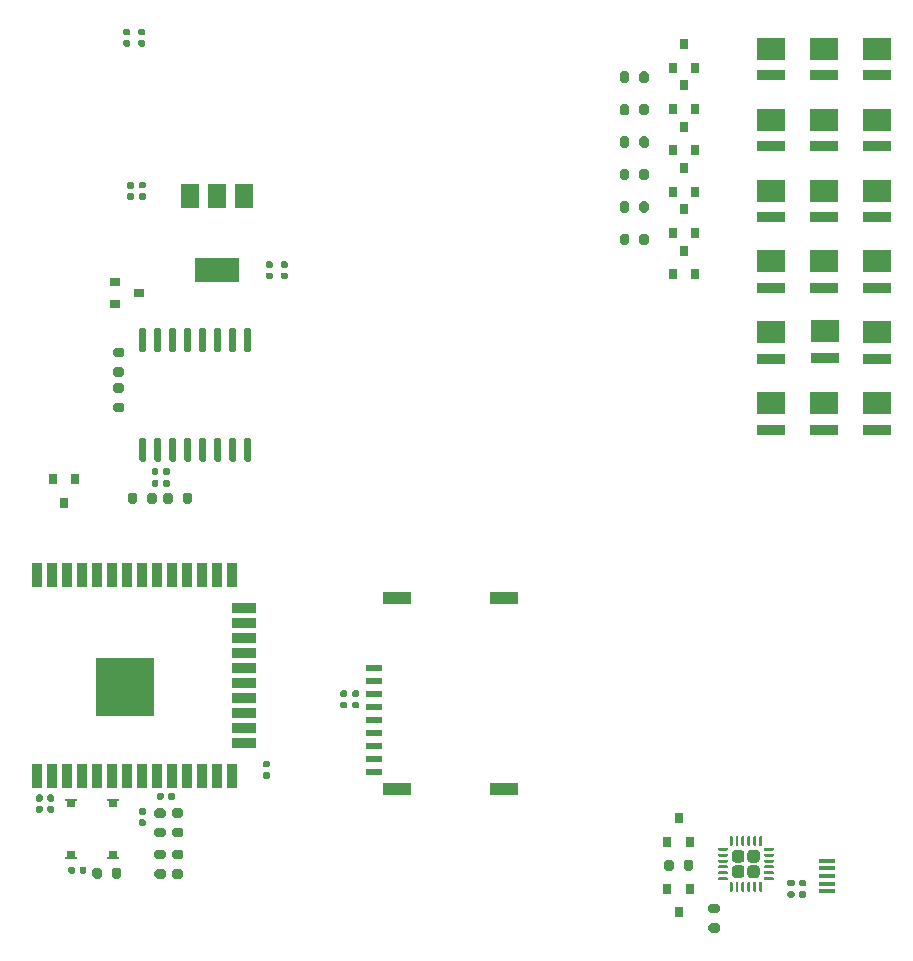
<source format=gbr>
%TF.GenerationSoftware,KiCad,Pcbnew,(5.1.8)-1*%
%TF.CreationDate,2020-12-09T14:15:50+00:00*%
%TF.ProjectId,Project,50726f6a-6563-4742-9e6b-696361645f70,rev?*%
%TF.SameCoordinates,Original*%
%TF.FileFunction,Paste,Top*%
%TF.FilePolarity,Positive*%
%FSLAX46Y46*%
G04 Gerber Fmt 4.6, Leading zero omitted, Abs format (unit mm)*
G04 Created by KiCad (PCBNEW (5.1.8)-1) date 2020-12-09 14:15:50*
%MOMM*%
%LPD*%
G01*
G04 APERTURE LIST*
%ADD10R,1.350000X0.400000*%
%ADD11R,5.000000X5.000000*%
%ADD12R,0.900000X2.000000*%
%ADD13R,2.000000X0.900000*%
%ADD14R,1.400000X0.620000*%
%ADD15R,2.400000X1.100000*%
%ADD16R,0.900000X0.800000*%
%ADD17R,0.800000X0.900000*%
%ADD18R,1.100000X0.200000*%
%ADD19R,0.700000X0.500000*%
%ADD20R,3.800000X2.000000*%
%ADD21R,1.500000X2.000000*%
%ADD22R,2.400000X1.930000*%
%ADD23R,2.400000X0.820000*%
G04 APERTURE END LIST*
%TO.C,R12*%
G36*
G01*
X150075000Y-50375000D02*
X150075000Y-49825000D01*
G75*
G02*
X150275000Y-49625000I200000J0D01*
G01*
X150675000Y-49625000D01*
G75*
G02*
X150875000Y-49825000I0J-200000D01*
G01*
X150875000Y-50375000D01*
G75*
G02*
X150675000Y-50575000I-200000J0D01*
G01*
X150275000Y-50575000D01*
G75*
G02*
X150075000Y-50375000I0J200000D01*
G01*
G37*
G36*
G01*
X148425000Y-50375000D02*
X148425000Y-49825000D01*
G75*
G02*
X148625000Y-49625000I200000J0D01*
G01*
X149025000Y-49625000D01*
G75*
G02*
X149225000Y-49825000I0J-200000D01*
G01*
X149225000Y-50375000D01*
G75*
G02*
X149025000Y-50575000I-200000J0D01*
G01*
X148625000Y-50575000D01*
G75*
G02*
X148425000Y-50375000I0J200000D01*
G01*
G37*
%TD*%
%TO.C,R15*%
G36*
G01*
X148425000Y-42125000D02*
X148425000Y-41575000D01*
G75*
G02*
X148625000Y-41375000I200000J0D01*
G01*
X149025000Y-41375000D01*
G75*
G02*
X149225000Y-41575000I0J-200000D01*
G01*
X149225000Y-42125000D01*
G75*
G02*
X149025000Y-42325000I-200000J0D01*
G01*
X148625000Y-42325000D01*
G75*
G02*
X148425000Y-42125000I0J200000D01*
G01*
G37*
G36*
G01*
X150075000Y-42125000D02*
X150075000Y-41575000D01*
G75*
G02*
X150275000Y-41375000I200000J0D01*
G01*
X150675000Y-41375000D01*
G75*
G02*
X150875000Y-41575000I0J-200000D01*
G01*
X150875000Y-42125000D01*
G75*
G02*
X150675000Y-42325000I-200000J0D01*
G01*
X150275000Y-42325000D01*
G75*
G02*
X150075000Y-42125000I0J200000D01*
G01*
G37*
%TD*%
%TO.C,R16*%
G36*
G01*
X150075000Y-39375000D02*
X150075000Y-38825000D01*
G75*
G02*
X150275000Y-38625000I200000J0D01*
G01*
X150675000Y-38625000D01*
G75*
G02*
X150875000Y-38825000I0J-200000D01*
G01*
X150875000Y-39375000D01*
G75*
G02*
X150675000Y-39575000I-200000J0D01*
G01*
X150275000Y-39575000D01*
G75*
G02*
X150075000Y-39375000I0J200000D01*
G01*
G37*
G36*
G01*
X148425000Y-39375000D02*
X148425000Y-38825000D01*
G75*
G02*
X148625000Y-38625000I200000J0D01*
G01*
X149025000Y-38625000D01*
G75*
G02*
X149225000Y-38825000I0J-200000D01*
G01*
X149225000Y-39375000D01*
G75*
G02*
X149025000Y-39575000I-200000J0D01*
G01*
X148625000Y-39575000D01*
G75*
G02*
X148425000Y-39375000I0J200000D01*
G01*
G37*
%TD*%
%TO.C,R14*%
G36*
G01*
X150075000Y-44875000D02*
X150075000Y-44325000D01*
G75*
G02*
X150275000Y-44125000I200000J0D01*
G01*
X150675000Y-44125000D01*
G75*
G02*
X150875000Y-44325000I0J-200000D01*
G01*
X150875000Y-44875000D01*
G75*
G02*
X150675000Y-45075000I-200000J0D01*
G01*
X150275000Y-45075000D01*
G75*
G02*
X150075000Y-44875000I0J200000D01*
G01*
G37*
G36*
G01*
X148425000Y-44875000D02*
X148425000Y-44325000D01*
G75*
G02*
X148625000Y-44125000I200000J0D01*
G01*
X149025000Y-44125000D01*
G75*
G02*
X149225000Y-44325000I0J-200000D01*
G01*
X149225000Y-44875000D01*
G75*
G02*
X149025000Y-45075000I-200000J0D01*
G01*
X148625000Y-45075000D01*
G75*
G02*
X148425000Y-44875000I0J200000D01*
G01*
G37*
%TD*%
%TO.C,R17*%
G36*
G01*
X148425000Y-36625000D02*
X148425000Y-36075000D01*
G75*
G02*
X148625000Y-35875000I200000J0D01*
G01*
X149025000Y-35875000D01*
G75*
G02*
X149225000Y-36075000I0J-200000D01*
G01*
X149225000Y-36625000D01*
G75*
G02*
X149025000Y-36825000I-200000J0D01*
G01*
X148625000Y-36825000D01*
G75*
G02*
X148425000Y-36625000I0J200000D01*
G01*
G37*
G36*
G01*
X150075000Y-36625000D02*
X150075000Y-36075000D01*
G75*
G02*
X150275000Y-35875000I200000J0D01*
G01*
X150675000Y-35875000D01*
G75*
G02*
X150875000Y-36075000I0J-200000D01*
G01*
X150875000Y-36625000D01*
G75*
G02*
X150675000Y-36825000I-200000J0D01*
G01*
X150275000Y-36825000D01*
G75*
G02*
X150075000Y-36625000I0J200000D01*
G01*
G37*
%TD*%
%TO.C,R13*%
G36*
G01*
X148425000Y-47625000D02*
X148425000Y-47075000D01*
G75*
G02*
X148625000Y-46875000I200000J0D01*
G01*
X149025000Y-46875000D01*
G75*
G02*
X149225000Y-47075000I0J-200000D01*
G01*
X149225000Y-47625000D01*
G75*
G02*
X149025000Y-47825000I-200000J0D01*
G01*
X148625000Y-47825000D01*
G75*
G02*
X148425000Y-47625000I0J200000D01*
G01*
G37*
G36*
G01*
X150075000Y-47625000D02*
X150075000Y-47075000D01*
G75*
G02*
X150275000Y-46875000I200000J0D01*
G01*
X150675000Y-46875000D01*
G75*
G02*
X150875000Y-47075000I0J-200000D01*
G01*
X150875000Y-47625000D01*
G75*
G02*
X150675000Y-47825000I-200000J0D01*
G01*
X150275000Y-47825000D01*
G75*
G02*
X150075000Y-47625000I0J200000D01*
G01*
G37*
%TD*%
D10*
%TO.C,J1*%
X166000000Y-104000000D03*
X166000000Y-103350000D03*
X166000000Y-102700000D03*
X166000000Y-104650000D03*
X166000000Y-105300000D03*
%TD*%
D11*
%TO.C,U1*%
X106560000Y-87995000D03*
D12*
X99060000Y-95495000D03*
X100330000Y-95495000D03*
X101600000Y-95495000D03*
X102870000Y-95495000D03*
X104140000Y-95495000D03*
X105410000Y-95495000D03*
X106680000Y-95495000D03*
X107950000Y-95495000D03*
X109220000Y-95495000D03*
X110490000Y-95495000D03*
X111760000Y-95495000D03*
X113030000Y-95495000D03*
X114300000Y-95495000D03*
X115570000Y-95495000D03*
D13*
X116570000Y-92710000D03*
X116570000Y-91440000D03*
X116570000Y-90170000D03*
X116570000Y-88900000D03*
X116570000Y-87630000D03*
X116570000Y-86360000D03*
X116570000Y-85090000D03*
X116570000Y-83820000D03*
X116570000Y-82550000D03*
X116570000Y-81280000D03*
D12*
X115570000Y-78495000D03*
X114300000Y-78495000D03*
X113030000Y-78495000D03*
X111760000Y-78495000D03*
X110490000Y-78495000D03*
X109220000Y-78495000D03*
X107950000Y-78495000D03*
X106680000Y-78495000D03*
X105410000Y-78495000D03*
X104140000Y-78495000D03*
X102870000Y-78495000D03*
X101600000Y-78495000D03*
X100330000Y-78495000D03*
X99060000Y-78495000D03*
%TD*%
%TO.C,R5*%
G36*
G01*
X105725000Y-59275000D02*
X106275000Y-59275000D01*
G75*
G02*
X106475000Y-59475000I0J-200000D01*
G01*
X106475000Y-59875000D01*
G75*
G02*
X106275000Y-60075000I-200000J0D01*
G01*
X105725000Y-60075000D01*
G75*
G02*
X105525000Y-59875000I0J200000D01*
G01*
X105525000Y-59475000D01*
G75*
G02*
X105725000Y-59275000I200000J0D01*
G01*
G37*
G36*
G01*
X105725000Y-60925000D02*
X106275000Y-60925000D01*
G75*
G02*
X106475000Y-61125000I0J-200000D01*
G01*
X106475000Y-61525000D01*
G75*
G02*
X106275000Y-61725000I-200000J0D01*
G01*
X105725000Y-61725000D01*
G75*
G02*
X105525000Y-61525000I0J200000D01*
G01*
X105525000Y-61125000D01*
G75*
G02*
X105725000Y-60925000I200000J0D01*
G01*
G37*
%TD*%
%TO.C,R4*%
G36*
G01*
X106275000Y-64725000D02*
X105725000Y-64725000D01*
G75*
G02*
X105525000Y-64525000I0J200000D01*
G01*
X105525000Y-64125000D01*
G75*
G02*
X105725000Y-63925000I200000J0D01*
G01*
X106275000Y-63925000D01*
G75*
G02*
X106475000Y-64125000I0J-200000D01*
G01*
X106475000Y-64525000D01*
G75*
G02*
X106275000Y-64725000I-200000J0D01*
G01*
G37*
G36*
G01*
X106275000Y-63075000D02*
X105725000Y-63075000D01*
G75*
G02*
X105525000Y-62875000I0J200000D01*
G01*
X105525000Y-62475000D01*
G75*
G02*
X105725000Y-62275000I200000J0D01*
G01*
X106275000Y-62275000D01*
G75*
G02*
X106475000Y-62475000I0J-200000D01*
G01*
X106475000Y-62875000D01*
G75*
G02*
X106275000Y-63075000I-200000J0D01*
G01*
G37*
%TD*%
%TO.C,U3*%
G36*
G01*
X108180000Y-68925000D02*
X107880000Y-68925000D01*
G75*
G02*
X107730000Y-68775000I0J150000D01*
G01*
X107730000Y-67025000D01*
G75*
G02*
X107880000Y-66875000I150000J0D01*
G01*
X108180000Y-66875000D01*
G75*
G02*
X108330000Y-67025000I0J-150000D01*
G01*
X108330000Y-68775000D01*
G75*
G02*
X108180000Y-68925000I-150000J0D01*
G01*
G37*
G36*
G01*
X109450000Y-68925000D02*
X109150000Y-68925000D01*
G75*
G02*
X109000000Y-68775000I0J150000D01*
G01*
X109000000Y-67025000D01*
G75*
G02*
X109150000Y-66875000I150000J0D01*
G01*
X109450000Y-66875000D01*
G75*
G02*
X109600000Y-67025000I0J-150000D01*
G01*
X109600000Y-68775000D01*
G75*
G02*
X109450000Y-68925000I-150000J0D01*
G01*
G37*
G36*
G01*
X110720000Y-68925000D02*
X110420000Y-68925000D01*
G75*
G02*
X110270000Y-68775000I0J150000D01*
G01*
X110270000Y-67025000D01*
G75*
G02*
X110420000Y-66875000I150000J0D01*
G01*
X110720000Y-66875000D01*
G75*
G02*
X110870000Y-67025000I0J-150000D01*
G01*
X110870000Y-68775000D01*
G75*
G02*
X110720000Y-68925000I-150000J0D01*
G01*
G37*
G36*
G01*
X111990000Y-68925000D02*
X111690000Y-68925000D01*
G75*
G02*
X111540000Y-68775000I0J150000D01*
G01*
X111540000Y-67025000D01*
G75*
G02*
X111690000Y-66875000I150000J0D01*
G01*
X111990000Y-66875000D01*
G75*
G02*
X112140000Y-67025000I0J-150000D01*
G01*
X112140000Y-68775000D01*
G75*
G02*
X111990000Y-68925000I-150000J0D01*
G01*
G37*
G36*
G01*
X113260000Y-68925000D02*
X112960000Y-68925000D01*
G75*
G02*
X112810000Y-68775000I0J150000D01*
G01*
X112810000Y-67025000D01*
G75*
G02*
X112960000Y-66875000I150000J0D01*
G01*
X113260000Y-66875000D01*
G75*
G02*
X113410000Y-67025000I0J-150000D01*
G01*
X113410000Y-68775000D01*
G75*
G02*
X113260000Y-68925000I-150000J0D01*
G01*
G37*
G36*
G01*
X114530000Y-68925000D02*
X114230000Y-68925000D01*
G75*
G02*
X114080000Y-68775000I0J150000D01*
G01*
X114080000Y-67025000D01*
G75*
G02*
X114230000Y-66875000I150000J0D01*
G01*
X114530000Y-66875000D01*
G75*
G02*
X114680000Y-67025000I0J-150000D01*
G01*
X114680000Y-68775000D01*
G75*
G02*
X114530000Y-68925000I-150000J0D01*
G01*
G37*
G36*
G01*
X115800000Y-68925000D02*
X115500000Y-68925000D01*
G75*
G02*
X115350000Y-68775000I0J150000D01*
G01*
X115350000Y-67025000D01*
G75*
G02*
X115500000Y-66875000I150000J0D01*
G01*
X115800000Y-66875000D01*
G75*
G02*
X115950000Y-67025000I0J-150000D01*
G01*
X115950000Y-68775000D01*
G75*
G02*
X115800000Y-68925000I-150000J0D01*
G01*
G37*
G36*
G01*
X117070000Y-68925000D02*
X116770000Y-68925000D01*
G75*
G02*
X116620000Y-68775000I0J150000D01*
G01*
X116620000Y-67025000D01*
G75*
G02*
X116770000Y-66875000I150000J0D01*
G01*
X117070000Y-66875000D01*
G75*
G02*
X117220000Y-67025000I0J-150000D01*
G01*
X117220000Y-68775000D01*
G75*
G02*
X117070000Y-68925000I-150000J0D01*
G01*
G37*
G36*
G01*
X117070000Y-59625000D02*
X116770000Y-59625000D01*
G75*
G02*
X116620000Y-59475000I0J150000D01*
G01*
X116620000Y-57725000D01*
G75*
G02*
X116770000Y-57575000I150000J0D01*
G01*
X117070000Y-57575000D01*
G75*
G02*
X117220000Y-57725000I0J-150000D01*
G01*
X117220000Y-59475000D01*
G75*
G02*
X117070000Y-59625000I-150000J0D01*
G01*
G37*
G36*
G01*
X115800000Y-59625000D02*
X115500000Y-59625000D01*
G75*
G02*
X115350000Y-59475000I0J150000D01*
G01*
X115350000Y-57725000D01*
G75*
G02*
X115500000Y-57575000I150000J0D01*
G01*
X115800000Y-57575000D01*
G75*
G02*
X115950000Y-57725000I0J-150000D01*
G01*
X115950000Y-59475000D01*
G75*
G02*
X115800000Y-59625000I-150000J0D01*
G01*
G37*
G36*
G01*
X114530000Y-59625000D02*
X114230000Y-59625000D01*
G75*
G02*
X114080000Y-59475000I0J150000D01*
G01*
X114080000Y-57725000D01*
G75*
G02*
X114230000Y-57575000I150000J0D01*
G01*
X114530000Y-57575000D01*
G75*
G02*
X114680000Y-57725000I0J-150000D01*
G01*
X114680000Y-59475000D01*
G75*
G02*
X114530000Y-59625000I-150000J0D01*
G01*
G37*
G36*
G01*
X113260000Y-59625000D02*
X112960000Y-59625000D01*
G75*
G02*
X112810000Y-59475000I0J150000D01*
G01*
X112810000Y-57725000D01*
G75*
G02*
X112960000Y-57575000I150000J0D01*
G01*
X113260000Y-57575000D01*
G75*
G02*
X113410000Y-57725000I0J-150000D01*
G01*
X113410000Y-59475000D01*
G75*
G02*
X113260000Y-59625000I-150000J0D01*
G01*
G37*
G36*
G01*
X111990000Y-59625000D02*
X111690000Y-59625000D01*
G75*
G02*
X111540000Y-59475000I0J150000D01*
G01*
X111540000Y-57725000D01*
G75*
G02*
X111690000Y-57575000I150000J0D01*
G01*
X111990000Y-57575000D01*
G75*
G02*
X112140000Y-57725000I0J-150000D01*
G01*
X112140000Y-59475000D01*
G75*
G02*
X111990000Y-59625000I-150000J0D01*
G01*
G37*
G36*
G01*
X110720000Y-59625000D02*
X110420000Y-59625000D01*
G75*
G02*
X110270000Y-59475000I0J150000D01*
G01*
X110270000Y-57725000D01*
G75*
G02*
X110420000Y-57575000I150000J0D01*
G01*
X110720000Y-57575000D01*
G75*
G02*
X110870000Y-57725000I0J-150000D01*
G01*
X110870000Y-59475000D01*
G75*
G02*
X110720000Y-59625000I-150000J0D01*
G01*
G37*
G36*
G01*
X109450000Y-59625000D02*
X109150000Y-59625000D01*
G75*
G02*
X109000000Y-59475000I0J150000D01*
G01*
X109000000Y-57725000D01*
G75*
G02*
X109150000Y-57575000I150000J0D01*
G01*
X109450000Y-57575000D01*
G75*
G02*
X109600000Y-57725000I0J-150000D01*
G01*
X109600000Y-59475000D01*
G75*
G02*
X109450000Y-59625000I-150000J0D01*
G01*
G37*
G36*
G01*
X108180000Y-59625000D02*
X107880000Y-59625000D01*
G75*
G02*
X107730000Y-59475000I0J150000D01*
G01*
X107730000Y-57725000D01*
G75*
G02*
X107880000Y-57575000I150000J0D01*
G01*
X108180000Y-57575000D01*
G75*
G02*
X108330000Y-57725000I0J-150000D01*
G01*
X108330000Y-59475000D01*
G75*
G02*
X108180000Y-59625000I-150000J0D01*
G01*
G37*
%TD*%
D14*
%TO.C,J3*%
X127580000Y-86420000D03*
X127580000Y-87520000D03*
X127580000Y-88620000D03*
X127580000Y-89720000D03*
X127580000Y-90820000D03*
X127580000Y-91920000D03*
X127580000Y-93020000D03*
X127580000Y-94120000D03*
X127580000Y-95220000D03*
D15*
X138580000Y-96600000D03*
X129580000Y-96600000D03*
X129580000Y-80450000D03*
X138580000Y-80450000D03*
%TD*%
%TO.C,C1*%
G36*
G01*
X99560000Y-97230000D02*
X99560000Y-97570000D01*
G75*
G02*
X99420000Y-97710000I-140000J0D01*
G01*
X99140000Y-97710000D01*
G75*
G02*
X99000000Y-97570000I0J140000D01*
G01*
X99000000Y-97230000D01*
G75*
G02*
X99140000Y-97090000I140000J0D01*
G01*
X99420000Y-97090000D01*
G75*
G02*
X99560000Y-97230000I0J-140000D01*
G01*
G37*
G36*
G01*
X100520000Y-97230000D02*
X100520000Y-97570000D01*
G75*
G02*
X100380000Y-97710000I-140000J0D01*
G01*
X100100000Y-97710000D01*
G75*
G02*
X99960000Y-97570000I0J140000D01*
G01*
X99960000Y-97230000D01*
G75*
G02*
X100100000Y-97090000I140000J0D01*
G01*
X100380000Y-97090000D01*
G75*
G02*
X100520000Y-97230000I0J-140000D01*
G01*
G37*
%TD*%
%TO.C,C2*%
G36*
G01*
X100510000Y-98164999D02*
X100510000Y-98504999D01*
G75*
G02*
X100370000Y-98644999I-140000J0D01*
G01*
X100090000Y-98644999D01*
G75*
G02*
X99950000Y-98504999I0J140000D01*
G01*
X99950000Y-98164999D01*
G75*
G02*
X100090000Y-98024999I140000J0D01*
G01*
X100370000Y-98024999D01*
G75*
G02*
X100510000Y-98164999I0J-140000D01*
G01*
G37*
G36*
G01*
X99550000Y-98164999D02*
X99550000Y-98504999D01*
G75*
G02*
X99410000Y-98644999I-140000J0D01*
G01*
X99130000Y-98644999D01*
G75*
G02*
X98990000Y-98504999I0J140000D01*
G01*
X98990000Y-98164999D01*
G75*
G02*
X99130000Y-98024999I140000J0D01*
G01*
X99410000Y-98024999D01*
G75*
G02*
X99550000Y-98164999I0J-140000D01*
G01*
G37*
%TD*%
%TO.C,C3*%
G36*
G01*
X103260000Y-103330000D02*
X103260000Y-103670000D01*
G75*
G02*
X103120000Y-103810000I-140000J0D01*
G01*
X102840000Y-103810000D01*
G75*
G02*
X102700000Y-103670000I0J140000D01*
G01*
X102700000Y-103330000D01*
G75*
G02*
X102840000Y-103190000I140000J0D01*
G01*
X103120000Y-103190000D01*
G75*
G02*
X103260000Y-103330000I0J-140000D01*
G01*
G37*
G36*
G01*
X102300000Y-103330000D02*
X102300000Y-103670000D01*
G75*
G02*
X102160000Y-103810000I-140000J0D01*
G01*
X101880000Y-103810000D01*
G75*
G02*
X101740000Y-103670000I0J140000D01*
G01*
X101740000Y-103330000D01*
G75*
G02*
X101880000Y-103190000I140000J0D01*
G01*
X102160000Y-103190000D01*
G75*
G02*
X102300000Y-103330000I0J-140000D01*
G01*
G37*
%TD*%
%TO.C,C4*%
G36*
G01*
X163739000Y-104316000D02*
X164079000Y-104316000D01*
G75*
G02*
X164219000Y-104456000I0J-140000D01*
G01*
X164219000Y-104736000D01*
G75*
G02*
X164079000Y-104876000I-140000J0D01*
G01*
X163739000Y-104876000D01*
G75*
G02*
X163599000Y-104736000I0J140000D01*
G01*
X163599000Y-104456000D01*
G75*
G02*
X163739000Y-104316000I140000J0D01*
G01*
G37*
G36*
G01*
X163739000Y-105276000D02*
X164079000Y-105276000D01*
G75*
G02*
X164219000Y-105416000I0J-140000D01*
G01*
X164219000Y-105696000D01*
G75*
G02*
X164079000Y-105836000I-140000J0D01*
G01*
X163739000Y-105836000D01*
G75*
G02*
X163599000Y-105696000I0J140000D01*
G01*
X163599000Y-105416000D01*
G75*
G02*
X163739000Y-105276000I140000J0D01*
G01*
G37*
%TD*%
%TO.C,C5*%
G36*
G01*
X109758000Y-70920000D02*
X109758000Y-70580000D01*
G75*
G02*
X109898000Y-70440000I140000J0D01*
G01*
X110178000Y-70440000D01*
G75*
G02*
X110318000Y-70580000I0J-140000D01*
G01*
X110318000Y-70920000D01*
G75*
G02*
X110178000Y-71060000I-140000J0D01*
G01*
X109898000Y-71060000D01*
G75*
G02*
X109758000Y-70920000I0J140000D01*
G01*
G37*
G36*
G01*
X108798000Y-70920000D02*
X108798000Y-70580000D01*
G75*
G02*
X108938000Y-70440000I140000J0D01*
G01*
X109218000Y-70440000D01*
G75*
G02*
X109358000Y-70580000I0J-140000D01*
G01*
X109358000Y-70920000D01*
G75*
G02*
X109218000Y-71060000I-140000J0D01*
G01*
X108938000Y-71060000D01*
G75*
G02*
X108798000Y-70920000I0J140000D01*
G01*
G37*
%TD*%
%TO.C,C6*%
G36*
G01*
X162739000Y-105276000D02*
X163079000Y-105276000D01*
G75*
G02*
X163219000Y-105416000I0J-140000D01*
G01*
X163219000Y-105696000D01*
G75*
G02*
X163079000Y-105836000I-140000J0D01*
G01*
X162739000Y-105836000D01*
G75*
G02*
X162599000Y-105696000I0J140000D01*
G01*
X162599000Y-105416000D01*
G75*
G02*
X162739000Y-105276000I140000J0D01*
G01*
G37*
G36*
G01*
X162739000Y-104316000D02*
X163079000Y-104316000D01*
G75*
G02*
X163219000Y-104456000I0J-140000D01*
G01*
X163219000Y-104736000D01*
G75*
G02*
X163079000Y-104876000I-140000J0D01*
G01*
X162739000Y-104876000D01*
G75*
G02*
X162599000Y-104736000I0J140000D01*
G01*
X162599000Y-104456000D01*
G75*
G02*
X162739000Y-104316000I140000J0D01*
G01*
G37*
%TD*%
%TO.C,C7*%
G36*
G01*
X108798000Y-69920000D02*
X108798000Y-69580000D01*
G75*
G02*
X108938000Y-69440000I140000J0D01*
G01*
X109218000Y-69440000D01*
G75*
G02*
X109358000Y-69580000I0J-140000D01*
G01*
X109358000Y-69920000D01*
G75*
G02*
X109218000Y-70060000I-140000J0D01*
G01*
X108938000Y-70060000D01*
G75*
G02*
X108798000Y-69920000I0J140000D01*
G01*
G37*
G36*
G01*
X109758000Y-69920000D02*
X109758000Y-69580000D01*
G75*
G02*
X109898000Y-69440000I140000J0D01*
G01*
X110178000Y-69440000D01*
G75*
G02*
X110318000Y-69580000I0J-140000D01*
G01*
X110318000Y-69920000D01*
G75*
G02*
X110178000Y-70060000I-140000J0D01*
G01*
X109898000Y-70060000D01*
G75*
G02*
X109758000Y-69920000I0J140000D01*
G01*
G37*
%TD*%
%TO.C,C8*%
G36*
G01*
X108120000Y-32820000D02*
X107780000Y-32820000D01*
G75*
G02*
X107640000Y-32680000I0J140000D01*
G01*
X107640000Y-32400000D01*
G75*
G02*
X107780000Y-32260000I140000J0D01*
G01*
X108120000Y-32260000D01*
G75*
G02*
X108260000Y-32400000I0J-140000D01*
G01*
X108260000Y-32680000D01*
G75*
G02*
X108120000Y-32820000I-140000J0D01*
G01*
G37*
G36*
G01*
X108120000Y-33780000D02*
X107780000Y-33780000D01*
G75*
G02*
X107640000Y-33640000I0J140000D01*
G01*
X107640000Y-33360000D01*
G75*
G02*
X107780000Y-33220000I140000J0D01*
G01*
X108120000Y-33220000D01*
G75*
G02*
X108260000Y-33360000I0J-140000D01*
G01*
X108260000Y-33640000D01*
G75*
G02*
X108120000Y-33780000I-140000J0D01*
G01*
G37*
%TD*%
%TO.C,C9*%
G36*
G01*
X106850000Y-32820000D02*
X106510000Y-32820000D01*
G75*
G02*
X106370000Y-32680000I0J140000D01*
G01*
X106370000Y-32400000D01*
G75*
G02*
X106510000Y-32260000I140000J0D01*
G01*
X106850000Y-32260000D01*
G75*
G02*
X106990000Y-32400000I0J-140000D01*
G01*
X106990000Y-32680000D01*
G75*
G02*
X106850000Y-32820000I-140000J0D01*
G01*
G37*
G36*
G01*
X106850000Y-33780000D02*
X106510000Y-33780000D01*
G75*
G02*
X106370000Y-33640000I0J140000D01*
G01*
X106370000Y-33360000D01*
G75*
G02*
X106510000Y-33220000I140000J0D01*
G01*
X106850000Y-33220000D01*
G75*
G02*
X106990000Y-33360000I0J-140000D01*
G01*
X106990000Y-33640000D01*
G75*
G02*
X106850000Y-33780000I-140000J0D01*
G01*
G37*
%TD*%
%TO.C,C10*%
G36*
G01*
X107830000Y-46180000D02*
X108170000Y-46180000D01*
G75*
G02*
X108310000Y-46320000I0J-140000D01*
G01*
X108310000Y-46600000D01*
G75*
G02*
X108170000Y-46740000I-140000J0D01*
G01*
X107830000Y-46740000D01*
G75*
G02*
X107690000Y-46600000I0J140000D01*
G01*
X107690000Y-46320000D01*
G75*
G02*
X107830000Y-46180000I140000J0D01*
G01*
G37*
G36*
G01*
X107830000Y-45220000D02*
X108170000Y-45220000D01*
G75*
G02*
X108310000Y-45360000I0J-140000D01*
G01*
X108310000Y-45640000D01*
G75*
G02*
X108170000Y-45780000I-140000J0D01*
G01*
X107830000Y-45780000D01*
G75*
G02*
X107690000Y-45640000I0J140000D01*
G01*
X107690000Y-45360000D01*
G75*
G02*
X107830000Y-45220000I140000J0D01*
G01*
G37*
%TD*%
%TO.C,C11*%
G36*
G01*
X106830000Y-45240000D02*
X107170000Y-45240000D01*
G75*
G02*
X107310000Y-45380000I0J-140000D01*
G01*
X107310000Y-45660000D01*
G75*
G02*
X107170000Y-45800000I-140000J0D01*
G01*
X106830000Y-45800000D01*
G75*
G02*
X106690000Y-45660000I0J140000D01*
G01*
X106690000Y-45380000D01*
G75*
G02*
X106830000Y-45240000I140000J0D01*
G01*
G37*
G36*
G01*
X106830000Y-46200000D02*
X107170000Y-46200000D01*
G75*
G02*
X107310000Y-46340000I0J-140000D01*
G01*
X107310000Y-46620000D01*
G75*
G02*
X107170000Y-46760000I-140000J0D01*
G01*
X106830000Y-46760000D01*
G75*
G02*
X106690000Y-46620000I0J140000D01*
G01*
X106690000Y-46340000D01*
G75*
G02*
X106830000Y-46200000I140000J0D01*
G01*
G37*
%TD*%
%TO.C,C12*%
G36*
G01*
X125222000Y-88842000D02*
X124882000Y-88842000D01*
G75*
G02*
X124742000Y-88702000I0J140000D01*
G01*
X124742000Y-88422000D01*
G75*
G02*
X124882000Y-88282000I140000J0D01*
G01*
X125222000Y-88282000D01*
G75*
G02*
X125362000Y-88422000I0J-140000D01*
G01*
X125362000Y-88702000D01*
G75*
G02*
X125222000Y-88842000I-140000J0D01*
G01*
G37*
G36*
G01*
X125222000Y-89802000D02*
X124882000Y-89802000D01*
G75*
G02*
X124742000Y-89662000I0J140000D01*
G01*
X124742000Y-89382000D01*
G75*
G02*
X124882000Y-89242000I140000J0D01*
G01*
X125222000Y-89242000D01*
G75*
G02*
X125362000Y-89382000I0J-140000D01*
G01*
X125362000Y-89662000D01*
G75*
G02*
X125222000Y-89802000I-140000J0D01*
G01*
G37*
%TD*%
%TO.C,C13*%
G36*
G01*
X126238000Y-89802000D02*
X125898000Y-89802000D01*
G75*
G02*
X125758000Y-89662000I0J140000D01*
G01*
X125758000Y-89382000D01*
G75*
G02*
X125898000Y-89242000I140000J0D01*
G01*
X126238000Y-89242000D01*
G75*
G02*
X126378000Y-89382000I0J-140000D01*
G01*
X126378000Y-89662000D01*
G75*
G02*
X126238000Y-89802000I-140000J0D01*
G01*
G37*
G36*
G01*
X126238000Y-88842000D02*
X125898000Y-88842000D01*
G75*
G02*
X125758000Y-88702000I0J140000D01*
G01*
X125758000Y-88422000D01*
G75*
G02*
X125898000Y-88282000I140000J0D01*
G01*
X126238000Y-88282000D01*
G75*
G02*
X126378000Y-88422000I0J-140000D01*
G01*
X126378000Y-88702000D01*
G75*
G02*
X126238000Y-88842000I-140000J0D01*
G01*
G37*
%TD*%
%TO.C,C14*%
G36*
G01*
X120185000Y-53465000D02*
X119845000Y-53465000D01*
G75*
G02*
X119705000Y-53325000I0J140000D01*
G01*
X119705000Y-53045000D01*
G75*
G02*
X119845000Y-52905000I140000J0D01*
G01*
X120185000Y-52905000D01*
G75*
G02*
X120325000Y-53045000I0J-140000D01*
G01*
X120325000Y-53325000D01*
G75*
G02*
X120185000Y-53465000I-140000J0D01*
G01*
G37*
G36*
G01*
X120185000Y-52505000D02*
X119845000Y-52505000D01*
G75*
G02*
X119705000Y-52365000I0J140000D01*
G01*
X119705000Y-52085000D01*
G75*
G02*
X119845000Y-51945000I140000J0D01*
G01*
X120185000Y-51945000D01*
G75*
G02*
X120325000Y-52085000I0J-140000D01*
G01*
X120325000Y-52365000D01*
G75*
G02*
X120185000Y-52505000I-140000J0D01*
G01*
G37*
%TD*%
%TO.C,C15*%
G36*
G01*
X118915000Y-52505000D02*
X118575000Y-52505000D01*
G75*
G02*
X118435000Y-52365000I0J140000D01*
G01*
X118435000Y-52085000D01*
G75*
G02*
X118575000Y-51945000I140000J0D01*
G01*
X118915000Y-51945000D01*
G75*
G02*
X119055000Y-52085000I0J-140000D01*
G01*
X119055000Y-52365000D01*
G75*
G02*
X118915000Y-52505000I-140000J0D01*
G01*
G37*
G36*
G01*
X118915000Y-53465000D02*
X118575000Y-53465000D01*
G75*
G02*
X118435000Y-53325000I0J140000D01*
G01*
X118435000Y-53045000D01*
G75*
G02*
X118575000Y-52905000I140000J0D01*
G01*
X118915000Y-52905000D01*
G75*
G02*
X119055000Y-53045000I0J-140000D01*
G01*
X119055000Y-53325000D01*
G75*
G02*
X118915000Y-53465000I-140000J0D01*
G01*
G37*
%TD*%
%TO.C,C16*%
G36*
G01*
X110200000Y-97420000D02*
X110200000Y-97080000D01*
G75*
G02*
X110340000Y-96940000I140000J0D01*
G01*
X110620000Y-96940000D01*
G75*
G02*
X110760000Y-97080000I0J-140000D01*
G01*
X110760000Y-97420000D01*
G75*
G02*
X110620000Y-97560000I-140000J0D01*
G01*
X110340000Y-97560000D01*
G75*
G02*
X110200000Y-97420000I0J140000D01*
G01*
G37*
G36*
G01*
X109240000Y-97420000D02*
X109240000Y-97080000D01*
G75*
G02*
X109380000Y-96940000I140000J0D01*
G01*
X109660000Y-96940000D01*
G75*
G02*
X109800000Y-97080000I0J-140000D01*
G01*
X109800000Y-97420000D01*
G75*
G02*
X109660000Y-97560000I-140000J0D01*
G01*
X109380000Y-97560000D01*
G75*
G02*
X109240000Y-97420000I0J140000D01*
G01*
G37*
%TD*%
%TO.C,C17*%
G36*
G01*
X107830000Y-98240000D02*
X108170000Y-98240000D01*
G75*
G02*
X108310000Y-98380000I0J-140000D01*
G01*
X108310000Y-98660000D01*
G75*
G02*
X108170000Y-98800000I-140000J0D01*
G01*
X107830000Y-98800000D01*
G75*
G02*
X107690000Y-98660000I0J140000D01*
G01*
X107690000Y-98380000D01*
G75*
G02*
X107830000Y-98240000I140000J0D01*
G01*
G37*
G36*
G01*
X107830000Y-99200000D02*
X108170000Y-99200000D01*
G75*
G02*
X108310000Y-99340000I0J-140000D01*
G01*
X108310000Y-99620000D01*
G75*
G02*
X108170000Y-99760000I-140000J0D01*
G01*
X107830000Y-99760000D01*
G75*
G02*
X107690000Y-99620000I0J140000D01*
G01*
X107690000Y-99340000D01*
G75*
G02*
X107830000Y-99200000I140000J0D01*
G01*
G37*
%TD*%
%TO.C,C18*%
G36*
G01*
X118330000Y-94240000D02*
X118670000Y-94240000D01*
G75*
G02*
X118810000Y-94380000I0J-140000D01*
G01*
X118810000Y-94660000D01*
G75*
G02*
X118670000Y-94800000I-140000J0D01*
G01*
X118330000Y-94800000D01*
G75*
G02*
X118190000Y-94660000I0J140000D01*
G01*
X118190000Y-94380000D01*
G75*
G02*
X118330000Y-94240000I140000J0D01*
G01*
G37*
G36*
G01*
X118330000Y-95200000D02*
X118670000Y-95200000D01*
G75*
G02*
X118810000Y-95340000I0J-140000D01*
G01*
X118810000Y-95620000D01*
G75*
G02*
X118670000Y-95760000I-140000J0D01*
G01*
X118330000Y-95760000D01*
G75*
G02*
X118190000Y-95620000I0J140000D01*
G01*
X118190000Y-95340000D01*
G75*
G02*
X118330000Y-95200000I140000J0D01*
G01*
G37*
%TD*%
D16*
%TO.C,D1*%
X105680000Y-53660000D03*
X105680000Y-55560000D03*
X107680000Y-54610000D03*
%TD*%
D17*
%TO.C,D2*%
X101346000Y-72374000D03*
X100396000Y-70374000D03*
X102296000Y-70374000D03*
%TD*%
%TO.C,Q1*%
X152459000Y-101076000D03*
X154359000Y-101076000D03*
X153409000Y-99076000D03*
%TD*%
%TO.C,Q2*%
X153409000Y-107076000D03*
X152459000Y-105076000D03*
X154359000Y-105076000D03*
%TD*%
%TO.C,Q3*%
X153850000Y-51050000D03*
X154800000Y-53050000D03*
X152900000Y-53050000D03*
%TD*%
%TO.C,Q4*%
X152900000Y-49550000D03*
X154800000Y-49550000D03*
X153850000Y-47550000D03*
%TD*%
%TO.C,Q5*%
X153850000Y-44050000D03*
X154800000Y-46050000D03*
X152900000Y-46050000D03*
%TD*%
%TO.C,Q6*%
X152900000Y-42550000D03*
X154800000Y-42550000D03*
X153850000Y-40550000D03*
%TD*%
%TO.C,Q7*%
X152900000Y-39050000D03*
X154800000Y-39050000D03*
X153850000Y-37050000D03*
%TD*%
%TO.C,Q8*%
X153850000Y-33550000D03*
X154800000Y-35550000D03*
X152900000Y-35550000D03*
%TD*%
%TO.C,R1*%
G36*
G01*
X105425000Y-104025000D02*
X105425000Y-103475000D01*
G75*
G02*
X105625000Y-103275000I200000J0D01*
G01*
X106025000Y-103275000D01*
G75*
G02*
X106225000Y-103475000I0J-200000D01*
G01*
X106225000Y-104025000D01*
G75*
G02*
X106025000Y-104225000I-200000J0D01*
G01*
X105625000Y-104225000D01*
G75*
G02*
X105425000Y-104025000I0J200000D01*
G01*
G37*
G36*
G01*
X103775000Y-104025000D02*
X103775000Y-103475000D01*
G75*
G02*
X103975000Y-103275000I200000J0D01*
G01*
X104375000Y-103275000D01*
G75*
G02*
X104575000Y-103475000I0J-200000D01*
G01*
X104575000Y-104025000D01*
G75*
G02*
X104375000Y-104225000I-200000J0D01*
G01*
X103975000Y-104225000D01*
G75*
G02*
X103775000Y-104025000I0J200000D01*
G01*
G37*
%TD*%
%TO.C,R2*%
G36*
G01*
X110575000Y-71725000D02*
X110575000Y-72275000D01*
G75*
G02*
X110375000Y-72475000I-200000J0D01*
G01*
X109975000Y-72475000D01*
G75*
G02*
X109775000Y-72275000I0J200000D01*
G01*
X109775000Y-71725000D01*
G75*
G02*
X109975000Y-71525000I200000J0D01*
G01*
X110375000Y-71525000D01*
G75*
G02*
X110575000Y-71725000I0J-200000D01*
G01*
G37*
G36*
G01*
X112225000Y-71725000D02*
X112225000Y-72275000D01*
G75*
G02*
X112025000Y-72475000I-200000J0D01*
G01*
X111625000Y-72475000D01*
G75*
G02*
X111425000Y-72275000I0J200000D01*
G01*
X111425000Y-71725000D01*
G75*
G02*
X111625000Y-71525000I200000J0D01*
G01*
X112025000Y-71525000D01*
G75*
G02*
X112225000Y-71725000I0J-200000D01*
G01*
G37*
%TD*%
%TO.C,R3*%
G36*
G01*
X108425000Y-72275000D02*
X108425000Y-71725000D01*
G75*
G02*
X108625000Y-71525000I200000J0D01*
G01*
X109025000Y-71525000D01*
G75*
G02*
X109225000Y-71725000I0J-200000D01*
G01*
X109225000Y-72275000D01*
G75*
G02*
X109025000Y-72475000I-200000J0D01*
G01*
X108625000Y-72475000D01*
G75*
G02*
X108425000Y-72275000I0J200000D01*
G01*
G37*
G36*
G01*
X106775000Y-72275000D02*
X106775000Y-71725000D01*
G75*
G02*
X106975000Y-71525000I200000J0D01*
G01*
X107375000Y-71525000D01*
G75*
G02*
X107575000Y-71725000I0J-200000D01*
G01*
X107575000Y-72275000D01*
G75*
G02*
X107375000Y-72475000I-200000J0D01*
G01*
X106975000Y-72475000D01*
G75*
G02*
X106775000Y-72275000I0J200000D01*
G01*
G37*
%TD*%
%TO.C,R6*%
G36*
G01*
X154634000Y-102801000D02*
X154634000Y-103351000D01*
G75*
G02*
X154434000Y-103551000I-200000J0D01*
G01*
X154034000Y-103551000D01*
G75*
G02*
X153834000Y-103351000I0J200000D01*
G01*
X153834000Y-102801000D01*
G75*
G02*
X154034000Y-102601000I200000J0D01*
G01*
X154434000Y-102601000D01*
G75*
G02*
X154634000Y-102801000I0J-200000D01*
G01*
G37*
G36*
G01*
X152984000Y-102801000D02*
X152984000Y-103351000D01*
G75*
G02*
X152784000Y-103551000I-200000J0D01*
G01*
X152384000Y-103551000D01*
G75*
G02*
X152184000Y-103351000I0J200000D01*
G01*
X152184000Y-102801000D01*
G75*
G02*
X152384000Y-102601000I200000J0D01*
G01*
X152784000Y-102601000D01*
G75*
G02*
X152984000Y-102801000I0J-200000D01*
G01*
G37*
%TD*%
%TO.C,R7*%
G36*
G01*
X156684000Y-107151000D02*
X156134000Y-107151000D01*
G75*
G02*
X155934000Y-106951000I0J200000D01*
G01*
X155934000Y-106551000D01*
G75*
G02*
X156134000Y-106351000I200000J0D01*
G01*
X156684000Y-106351000D01*
G75*
G02*
X156884000Y-106551000I0J-200000D01*
G01*
X156884000Y-106951000D01*
G75*
G02*
X156684000Y-107151000I-200000J0D01*
G01*
G37*
G36*
G01*
X156684000Y-108801000D02*
X156134000Y-108801000D01*
G75*
G02*
X155934000Y-108601000I0J200000D01*
G01*
X155934000Y-108201000D01*
G75*
G02*
X156134000Y-108001000I200000J0D01*
G01*
X156684000Y-108001000D01*
G75*
G02*
X156884000Y-108201000I0J-200000D01*
G01*
X156884000Y-108601000D01*
G75*
G02*
X156684000Y-108801000I-200000J0D01*
G01*
G37*
%TD*%
%TO.C,R8*%
G36*
G01*
X109225000Y-98275000D02*
X109775000Y-98275000D01*
G75*
G02*
X109975000Y-98475000I0J-200000D01*
G01*
X109975000Y-98875000D01*
G75*
G02*
X109775000Y-99075000I-200000J0D01*
G01*
X109225000Y-99075000D01*
G75*
G02*
X109025000Y-98875000I0J200000D01*
G01*
X109025000Y-98475000D01*
G75*
G02*
X109225000Y-98275000I200000J0D01*
G01*
G37*
G36*
G01*
X109225000Y-99925000D02*
X109775000Y-99925000D01*
G75*
G02*
X109975000Y-100125000I0J-200000D01*
G01*
X109975000Y-100525000D01*
G75*
G02*
X109775000Y-100725000I-200000J0D01*
G01*
X109225000Y-100725000D01*
G75*
G02*
X109025000Y-100525000I0J200000D01*
G01*
X109025000Y-100125000D01*
G75*
G02*
X109225000Y-99925000I200000J0D01*
G01*
G37*
%TD*%
%TO.C,R9*%
G36*
G01*
X110725000Y-98275000D02*
X111275000Y-98275000D01*
G75*
G02*
X111475000Y-98475000I0J-200000D01*
G01*
X111475000Y-98875000D01*
G75*
G02*
X111275000Y-99075000I-200000J0D01*
G01*
X110725000Y-99075000D01*
G75*
G02*
X110525000Y-98875000I0J200000D01*
G01*
X110525000Y-98475000D01*
G75*
G02*
X110725000Y-98275000I200000J0D01*
G01*
G37*
G36*
G01*
X110725000Y-99925000D02*
X111275000Y-99925000D01*
G75*
G02*
X111475000Y-100125000I0J-200000D01*
G01*
X111475000Y-100525000D01*
G75*
G02*
X111275000Y-100725000I-200000J0D01*
G01*
X110725000Y-100725000D01*
G75*
G02*
X110525000Y-100525000I0J200000D01*
G01*
X110525000Y-100125000D01*
G75*
G02*
X110725000Y-99925000I200000J0D01*
G01*
G37*
%TD*%
%TO.C,R10*%
G36*
G01*
X109775000Y-104225000D02*
X109225000Y-104225000D01*
G75*
G02*
X109025000Y-104025000I0J200000D01*
G01*
X109025000Y-103625000D01*
G75*
G02*
X109225000Y-103425000I200000J0D01*
G01*
X109775000Y-103425000D01*
G75*
G02*
X109975000Y-103625000I0J-200000D01*
G01*
X109975000Y-104025000D01*
G75*
G02*
X109775000Y-104225000I-200000J0D01*
G01*
G37*
G36*
G01*
X109775000Y-102575000D02*
X109225000Y-102575000D01*
G75*
G02*
X109025000Y-102375000I0J200000D01*
G01*
X109025000Y-101975000D01*
G75*
G02*
X109225000Y-101775000I200000J0D01*
G01*
X109775000Y-101775000D01*
G75*
G02*
X109975000Y-101975000I0J-200000D01*
G01*
X109975000Y-102375000D01*
G75*
G02*
X109775000Y-102575000I-200000J0D01*
G01*
G37*
%TD*%
%TO.C,R11*%
G36*
G01*
X111275000Y-102575000D02*
X110725000Y-102575000D01*
G75*
G02*
X110525000Y-102375000I0J200000D01*
G01*
X110525000Y-101975000D01*
G75*
G02*
X110725000Y-101775000I200000J0D01*
G01*
X111275000Y-101775000D01*
G75*
G02*
X111475000Y-101975000I0J-200000D01*
G01*
X111475000Y-102375000D01*
G75*
G02*
X111275000Y-102575000I-200000J0D01*
G01*
G37*
G36*
G01*
X111275000Y-104225000D02*
X110725000Y-104225000D01*
G75*
G02*
X110525000Y-104025000I0J200000D01*
G01*
X110525000Y-103625000D01*
G75*
G02*
X110725000Y-103425000I200000J0D01*
G01*
X111275000Y-103425000D01*
G75*
G02*
X111475000Y-103625000I0J-200000D01*
G01*
X111475000Y-104025000D01*
G75*
G02*
X111275000Y-104225000I-200000J0D01*
G01*
G37*
%TD*%
D18*
%TO.C,SW1*%
X102000000Y-102475000D03*
X105500000Y-97525000D03*
X105500000Y-102475000D03*
X102000000Y-97525000D03*
D19*
X102000000Y-102125000D03*
X102000000Y-97875000D03*
X105500000Y-102125000D03*
X105500000Y-97875000D03*
%TD*%
%TO.C,U4*%
G36*
G01*
X157911500Y-105326000D02*
X157786500Y-105326000D01*
G75*
G02*
X157724000Y-105263500I0J62500D01*
G01*
X157724000Y-104563500D01*
G75*
G02*
X157786500Y-104501000I62500J0D01*
G01*
X157911500Y-104501000D01*
G75*
G02*
X157974000Y-104563500I0J-62500D01*
G01*
X157974000Y-105263500D01*
G75*
G02*
X157911500Y-105326000I-62500J0D01*
G01*
G37*
G36*
G01*
X158411500Y-105326000D02*
X158286500Y-105326000D01*
G75*
G02*
X158224000Y-105263500I0J62500D01*
G01*
X158224000Y-104563500D01*
G75*
G02*
X158286500Y-104501000I62500J0D01*
G01*
X158411500Y-104501000D01*
G75*
G02*
X158474000Y-104563500I0J-62500D01*
G01*
X158474000Y-105263500D01*
G75*
G02*
X158411500Y-105326000I-62500J0D01*
G01*
G37*
G36*
G01*
X158911500Y-105326000D02*
X158786500Y-105326000D01*
G75*
G02*
X158724000Y-105263500I0J62500D01*
G01*
X158724000Y-104563500D01*
G75*
G02*
X158786500Y-104501000I62500J0D01*
G01*
X158911500Y-104501000D01*
G75*
G02*
X158974000Y-104563500I0J-62500D01*
G01*
X158974000Y-105263500D01*
G75*
G02*
X158911500Y-105326000I-62500J0D01*
G01*
G37*
G36*
G01*
X159411500Y-105326000D02*
X159286500Y-105326000D01*
G75*
G02*
X159224000Y-105263500I0J62500D01*
G01*
X159224000Y-104563500D01*
G75*
G02*
X159286500Y-104501000I62500J0D01*
G01*
X159411500Y-104501000D01*
G75*
G02*
X159474000Y-104563500I0J-62500D01*
G01*
X159474000Y-105263500D01*
G75*
G02*
X159411500Y-105326000I-62500J0D01*
G01*
G37*
G36*
G01*
X159911500Y-105326000D02*
X159786500Y-105326000D01*
G75*
G02*
X159724000Y-105263500I0J62500D01*
G01*
X159724000Y-104563500D01*
G75*
G02*
X159786500Y-104501000I62500J0D01*
G01*
X159911500Y-104501000D01*
G75*
G02*
X159974000Y-104563500I0J-62500D01*
G01*
X159974000Y-105263500D01*
G75*
G02*
X159911500Y-105326000I-62500J0D01*
G01*
G37*
G36*
G01*
X160411500Y-105326000D02*
X160286500Y-105326000D01*
G75*
G02*
X160224000Y-105263500I0J62500D01*
G01*
X160224000Y-104563500D01*
G75*
G02*
X160286500Y-104501000I62500J0D01*
G01*
X160411500Y-104501000D01*
G75*
G02*
X160474000Y-104563500I0J-62500D01*
G01*
X160474000Y-105263500D01*
G75*
G02*
X160411500Y-105326000I-62500J0D01*
G01*
G37*
G36*
G01*
X161386500Y-104351000D02*
X160686500Y-104351000D01*
G75*
G02*
X160624000Y-104288500I0J62500D01*
G01*
X160624000Y-104163500D01*
G75*
G02*
X160686500Y-104101000I62500J0D01*
G01*
X161386500Y-104101000D01*
G75*
G02*
X161449000Y-104163500I0J-62500D01*
G01*
X161449000Y-104288500D01*
G75*
G02*
X161386500Y-104351000I-62500J0D01*
G01*
G37*
G36*
G01*
X161386500Y-103851000D02*
X160686500Y-103851000D01*
G75*
G02*
X160624000Y-103788500I0J62500D01*
G01*
X160624000Y-103663500D01*
G75*
G02*
X160686500Y-103601000I62500J0D01*
G01*
X161386500Y-103601000D01*
G75*
G02*
X161449000Y-103663500I0J-62500D01*
G01*
X161449000Y-103788500D01*
G75*
G02*
X161386500Y-103851000I-62500J0D01*
G01*
G37*
G36*
G01*
X161386500Y-103351000D02*
X160686500Y-103351000D01*
G75*
G02*
X160624000Y-103288500I0J62500D01*
G01*
X160624000Y-103163500D01*
G75*
G02*
X160686500Y-103101000I62500J0D01*
G01*
X161386500Y-103101000D01*
G75*
G02*
X161449000Y-103163500I0J-62500D01*
G01*
X161449000Y-103288500D01*
G75*
G02*
X161386500Y-103351000I-62500J0D01*
G01*
G37*
G36*
G01*
X161386500Y-102851000D02*
X160686500Y-102851000D01*
G75*
G02*
X160624000Y-102788500I0J62500D01*
G01*
X160624000Y-102663500D01*
G75*
G02*
X160686500Y-102601000I62500J0D01*
G01*
X161386500Y-102601000D01*
G75*
G02*
X161449000Y-102663500I0J-62500D01*
G01*
X161449000Y-102788500D01*
G75*
G02*
X161386500Y-102851000I-62500J0D01*
G01*
G37*
G36*
G01*
X161386500Y-102351000D02*
X160686500Y-102351000D01*
G75*
G02*
X160624000Y-102288500I0J62500D01*
G01*
X160624000Y-102163500D01*
G75*
G02*
X160686500Y-102101000I62500J0D01*
G01*
X161386500Y-102101000D01*
G75*
G02*
X161449000Y-102163500I0J-62500D01*
G01*
X161449000Y-102288500D01*
G75*
G02*
X161386500Y-102351000I-62500J0D01*
G01*
G37*
G36*
G01*
X161386500Y-101851000D02*
X160686500Y-101851000D01*
G75*
G02*
X160624000Y-101788500I0J62500D01*
G01*
X160624000Y-101663500D01*
G75*
G02*
X160686500Y-101601000I62500J0D01*
G01*
X161386500Y-101601000D01*
G75*
G02*
X161449000Y-101663500I0J-62500D01*
G01*
X161449000Y-101788500D01*
G75*
G02*
X161386500Y-101851000I-62500J0D01*
G01*
G37*
G36*
G01*
X160411500Y-101451000D02*
X160286500Y-101451000D01*
G75*
G02*
X160224000Y-101388500I0J62500D01*
G01*
X160224000Y-100688500D01*
G75*
G02*
X160286500Y-100626000I62500J0D01*
G01*
X160411500Y-100626000D01*
G75*
G02*
X160474000Y-100688500I0J-62500D01*
G01*
X160474000Y-101388500D01*
G75*
G02*
X160411500Y-101451000I-62500J0D01*
G01*
G37*
G36*
G01*
X159911500Y-101451000D02*
X159786500Y-101451000D01*
G75*
G02*
X159724000Y-101388500I0J62500D01*
G01*
X159724000Y-100688500D01*
G75*
G02*
X159786500Y-100626000I62500J0D01*
G01*
X159911500Y-100626000D01*
G75*
G02*
X159974000Y-100688500I0J-62500D01*
G01*
X159974000Y-101388500D01*
G75*
G02*
X159911500Y-101451000I-62500J0D01*
G01*
G37*
G36*
G01*
X159411500Y-101451000D02*
X159286500Y-101451000D01*
G75*
G02*
X159224000Y-101388500I0J62500D01*
G01*
X159224000Y-100688500D01*
G75*
G02*
X159286500Y-100626000I62500J0D01*
G01*
X159411500Y-100626000D01*
G75*
G02*
X159474000Y-100688500I0J-62500D01*
G01*
X159474000Y-101388500D01*
G75*
G02*
X159411500Y-101451000I-62500J0D01*
G01*
G37*
G36*
G01*
X158911500Y-101451000D02*
X158786500Y-101451000D01*
G75*
G02*
X158724000Y-101388500I0J62500D01*
G01*
X158724000Y-100688500D01*
G75*
G02*
X158786500Y-100626000I62500J0D01*
G01*
X158911500Y-100626000D01*
G75*
G02*
X158974000Y-100688500I0J-62500D01*
G01*
X158974000Y-101388500D01*
G75*
G02*
X158911500Y-101451000I-62500J0D01*
G01*
G37*
G36*
G01*
X158411500Y-101451000D02*
X158286500Y-101451000D01*
G75*
G02*
X158224000Y-101388500I0J62500D01*
G01*
X158224000Y-100688500D01*
G75*
G02*
X158286500Y-100626000I62500J0D01*
G01*
X158411500Y-100626000D01*
G75*
G02*
X158474000Y-100688500I0J-62500D01*
G01*
X158474000Y-101388500D01*
G75*
G02*
X158411500Y-101451000I-62500J0D01*
G01*
G37*
G36*
G01*
X157911500Y-101451000D02*
X157786500Y-101451000D01*
G75*
G02*
X157724000Y-101388500I0J62500D01*
G01*
X157724000Y-100688500D01*
G75*
G02*
X157786500Y-100626000I62500J0D01*
G01*
X157911500Y-100626000D01*
G75*
G02*
X157974000Y-100688500I0J-62500D01*
G01*
X157974000Y-101388500D01*
G75*
G02*
X157911500Y-101451000I-62500J0D01*
G01*
G37*
G36*
G01*
X157511500Y-101851000D02*
X156811500Y-101851000D01*
G75*
G02*
X156749000Y-101788500I0J62500D01*
G01*
X156749000Y-101663500D01*
G75*
G02*
X156811500Y-101601000I62500J0D01*
G01*
X157511500Y-101601000D01*
G75*
G02*
X157574000Y-101663500I0J-62500D01*
G01*
X157574000Y-101788500D01*
G75*
G02*
X157511500Y-101851000I-62500J0D01*
G01*
G37*
G36*
G01*
X157511500Y-102351000D02*
X156811500Y-102351000D01*
G75*
G02*
X156749000Y-102288500I0J62500D01*
G01*
X156749000Y-102163500D01*
G75*
G02*
X156811500Y-102101000I62500J0D01*
G01*
X157511500Y-102101000D01*
G75*
G02*
X157574000Y-102163500I0J-62500D01*
G01*
X157574000Y-102288500D01*
G75*
G02*
X157511500Y-102351000I-62500J0D01*
G01*
G37*
G36*
G01*
X157511500Y-102851000D02*
X156811500Y-102851000D01*
G75*
G02*
X156749000Y-102788500I0J62500D01*
G01*
X156749000Y-102663500D01*
G75*
G02*
X156811500Y-102601000I62500J0D01*
G01*
X157511500Y-102601000D01*
G75*
G02*
X157574000Y-102663500I0J-62500D01*
G01*
X157574000Y-102788500D01*
G75*
G02*
X157511500Y-102851000I-62500J0D01*
G01*
G37*
G36*
G01*
X157511500Y-103351000D02*
X156811500Y-103351000D01*
G75*
G02*
X156749000Y-103288500I0J62500D01*
G01*
X156749000Y-103163500D01*
G75*
G02*
X156811500Y-103101000I62500J0D01*
G01*
X157511500Y-103101000D01*
G75*
G02*
X157574000Y-103163500I0J-62500D01*
G01*
X157574000Y-103288500D01*
G75*
G02*
X157511500Y-103351000I-62500J0D01*
G01*
G37*
G36*
G01*
X157511500Y-103851000D02*
X156811500Y-103851000D01*
G75*
G02*
X156749000Y-103788500I0J62500D01*
G01*
X156749000Y-103663500D01*
G75*
G02*
X156811500Y-103601000I62500J0D01*
G01*
X157511500Y-103601000D01*
G75*
G02*
X157574000Y-103663500I0J-62500D01*
G01*
X157574000Y-103788500D01*
G75*
G02*
X157511500Y-103851000I-62500J0D01*
G01*
G37*
G36*
G01*
X157511500Y-104351000D02*
X156811500Y-104351000D01*
G75*
G02*
X156749000Y-104288500I0J62500D01*
G01*
X156749000Y-104163500D01*
G75*
G02*
X156811500Y-104101000I62500J0D01*
G01*
X157511500Y-104101000D01*
G75*
G02*
X157574000Y-104163500I0J-62500D01*
G01*
X157574000Y-104288500D01*
G75*
G02*
X157511500Y-104351000I-62500J0D01*
G01*
G37*
G36*
G01*
X158724001Y-104151000D02*
X158173999Y-104151000D01*
G75*
G02*
X157924000Y-103901001I0J249999D01*
G01*
X157924000Y-103350999D01*
G75*
G02*
X158173999Y-103101000I249999J0D01*
G01*
X158724001Y-103101000D01*
G75*
G02*
X158974000Y-103350999I0J-249999D01*
G01*
X158974000Y-103901001D01*
G75*
G02*
X158724001Y-104151000I-249999J0D01*
G01*
G37*
G36*
G01*
X160024001Y-104151000D02*
X159473999Y-104151000D01*
G75*
G02*
X159224000Y-103901001I0J249999D01*
G01*
X159224000Y-103350999D01*
G75*
G02*
X159473999Y-103101000I249999J0D01*
G01*
X160024001Y-103101000D01*
G75*
G02*
X160274000Y-103350999I0J-249999D01*
G01*
X160274000Y-103901001D01*
G75*
G02*
X160024001Y-104151000I-249999J0D01*
G01*
G37*
G36*
G01*
X158724001Y-102851000D02*
X158173999Y-102851000D01*
G75*
G02*
X157924000Y-102601001I0J249999D01*
G01*
X157924000Y-102050999D01*
G75*
G02*
X158173999Y-101801000I249999J0D01*
G01*
X158724001Y-101801000D01*
G75*
G02*
X158974000Y-102050999I0J-249999D01*
G01*
X158974000Y-102601001D01*
G75*
G02*
X158724001Y-102851000I-249999J0D01*
G01*
G37*
G36*
G01*
X160024001Y-102851000D02*
X159473999Y-102851000D01*
G75*
G02*
X159224000Y-102601001I0J249999D01*
G01*
X159224000Y-102050999D01*
G75*
G02*
X159473999Y-101801000I249999J0D01*
G01*
X160024001Y-101801000D01*
G75*
G02*
X160274000Y-102050999I0J-249999D01*
G01*
X160274000Y-102601001D01*
G75*
G02*
X160024001Y-102851000I-249999J0D01*
G01*
G37*
%TD*%
D20*
%TO.C,U5*%
X114300000Y-52680000D03*
D21*
X114300000Y-46380000D03*
X112000000Y-46380000D03*
X116600000Y-46380000D03*
%TD*%
D22*
%TO.C,D3*%
X165700000Y-63965000D03*
D23*
X165700000Y-66190000D03*
%TD*%
%TO.C,D4*%
X161200000Y-66190000D03*
D22*
X161200000Y-63965000D03*
%TD*%
%TO.C,D5*%
X170200000Y-63965000D03*
D23*
X170200000Y-66190000D03*
%TD*%
%TO.C,D6*%
X165765001Y-60100999D03*
D22*
X165765001Y-57875999D03*
%TD*%
%TO.C,D7*%
X170200000Y-57965000D03*
D23*
X170200000Y-60190000D03*
%TD*%
%TO.C,D8*%
X161200000Y-60190000D03*
D22*
X161200000Y-57965000D03*
%TD*%
%TO.C,D9*%
X165700000Y-51965000D03*
D23*
X165700000Y-54190000D03*
%TD*%
%TO.C,D10*%
X170200000Y-54190000D03*
D22*
X170200000Y-51965000D03*
%TD*%
%TO.C,D11*%
X161200000Y-51965000D03*
D23*
X161200000Y-54190000D03*
%TD*%
%TO.C,D12*%
X170200000Y-48190000D03*
D22*
X170200000Y-45965000D03*
%TD*%
D23*
%TO.C,D13*%
X161200000Y-48190000D03*
D22*
X161200000Y-45965000D03*
%TD*%
%TO.C,D14*%
X165700000Y-45965000D03*
D23*
X165700000Y-48190000D03*
%TD*%
%TO.C,D15*%
X161200000Y-42190000D03*
D22*
X161200000Y-39965000D03*
%TD*%
%TO.C,D16*%
X170200000Y-39965000D03*
D23*
X170200000Y-42190000D03*
%TD*%
%TO.C,D17*%
X165700000Y-42190000D03*
D22*
X165700000Y-39965000D03*
%TD*%
%TO.C,D18*%
X161200000Y-33965000D03*
D23*
X161200000Y-36190000D03*
%TD*%
%TO.C,D19*%
X165700000Y-36190000D03*
D22*
X165700000Y-33965000D03*
%TD*%
%TO.C,D20*%
X170200000Y-33965000D03*
D23*
X170200000Y-36190000D03*
%TD*%
M02*

</source>
